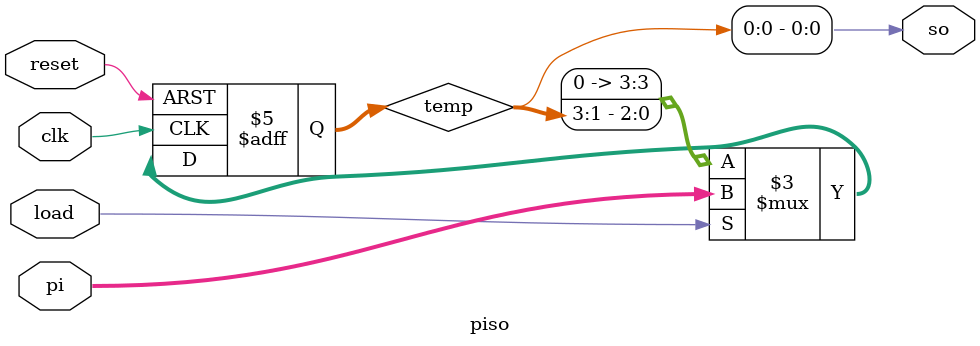
<source format=v>


// module piso(so, pi, load, clk, reset);
//     input [3:0] pi;       
//     input load, clk, reset;
//     output so;            

//     wire q0, q1, q2, q3;  
//     wire d0, d1, d2, d3;  

//     assign d0 = load ? pi[0] : 1'b0;     
//     assign d1 = load ? pi[1] : q0;
//     assign d2 = load ? pi[2] : q1;
//     assign d3 = load ? pi[3] : q2;

//     // Instantiate 4 D flip-flops
//     dff dff0(q0, d0, clk, reset);
//     dff dff1(q1, d1, clk, reset);
//     dff dff2(q2, d2, clk, reset);
//     dff dff3(q3, d3, clk, reset);

//     assign so = q3;  // serial output (MSB)
// endmodule


// without d flip flop

module piso(so, pi, load, clk, reset);
    input [3:0] pi;        
    input load, clk, reset; 
    output so;             

    reg [3:0] temp;        

    always @(posedge clk or posedge reset) begin
        if (reset)
            temp <= 4'b0000;          
        else if (load)
            temp <= pi;               
        else
            temp <= {1'b0, temp[3:1]}; 
    end

    assign so = temp[0]; 
endmodule




</source>
